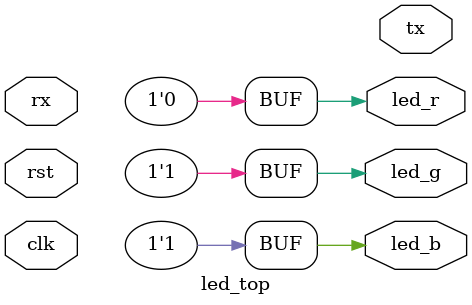
<source format=sv>
module led_top
    (
        input logic clk,
        input logic rst,

        output logic led_r,
        output logic led_g,
        output logic led_b,

        input logic rx,
        output logic tx
    );
    // TODO
    assign led_r = 0;
    assign led_g = 1;
    assign led_b = 1;
endmodule

</source>
